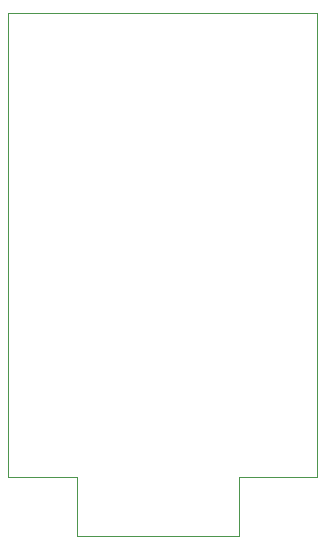
<source format=gbr>
G04 #@! TF.GenerationSoftware,KiCad,Pcbnew,(5.1.7)-1*
G04 #@! TF.CreationDate,2021-10-09T11:46:56+02:00*
G04 #@! TF.ProjectId,20210211_eduino,32303231-3032-4313-915f-656475696e6f,v1.0*
G04 #@! TF.SameCoordinates,Original*
G04 #@! TF.FileFunction,Profile,NP*
%FSLAX46Y46*%
G04 Gerber Fmt 4.6, Leading zero omitted, Abs format (unit mm)*
G04 Created by KiCad (PCBNEW (5.1.7)-1) date 2021-10-09 11:46:56*
%MOMM*%
%LPD*%
G01*
G04 APERTURE LIST*
G04 #@! TA.AperFunction,Profile*
%ADD10C,0.050000*%
G04 #@! TD*
G04 APERTURE END LIST*
D10*
X133350000Y-84836000D02*
X147066000Y-84836000D01*
X147066000Y-79883000D02*
X147066000Y-84836000D01*
X153670000Y-79883000D02*
X147066000Y-79883000D01*
X133350000Y-79883000D02*
X133350000Y-84836000D01*
X127635000Y-79883000D02*
X133350000Y-79883000D01*
X153670000Y-79883000D02*
X153670000Y-75628500D01*
X153670000Y-40576500D02*
X153670000Y-75628500D01*
X142113000Y-40576500D02*
X153670000Y-40576500D01*
X127508000Y-40576500D02*
X142113000Y-40576500D01*
X127508000Y-40767000D02*
X127508000Y-40576500D01*
X127508000Y-79883000D02*
X127508000Y-40767000D01*
X127635000Y-79883000D02*
X127508000Y-79883000D01*
M02*

</source>
